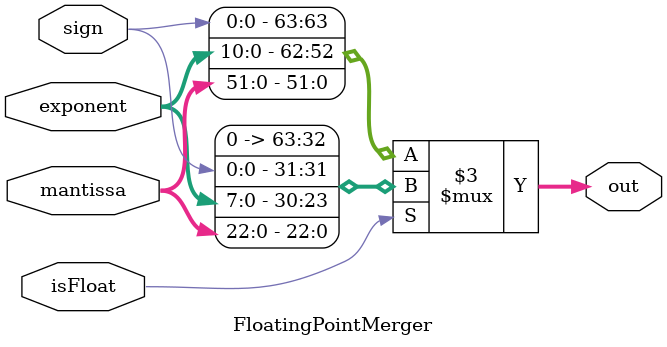
<source format=v>
module FloatingPointMerger (
        isFloat,
        sign,
        exponent,
        mantissa,
        out
);
  parameter SIZE = 8'd64,
            EXPONENT_SIZE = 4'd11,
            BINARY_SIZE = 8'd106,
            MANTISSA_SIZE = 8'd52;


  input isFloat;
  input sign;
  input [EXPONENT_SIZE-1:0] exponent;
  input [MANTISSA_SIZE-1:0] mantissa;
  output reg [SIZE-1:0] out;

  always @ ( * ) begin
    if (isFloat) begin
      out = {32'b0, sign, exponent[7:0], mantissa[22:0]};
    end
    else begin
      out = {sign, exponent, mantissa};
    end
  end
endmodule

</source>
